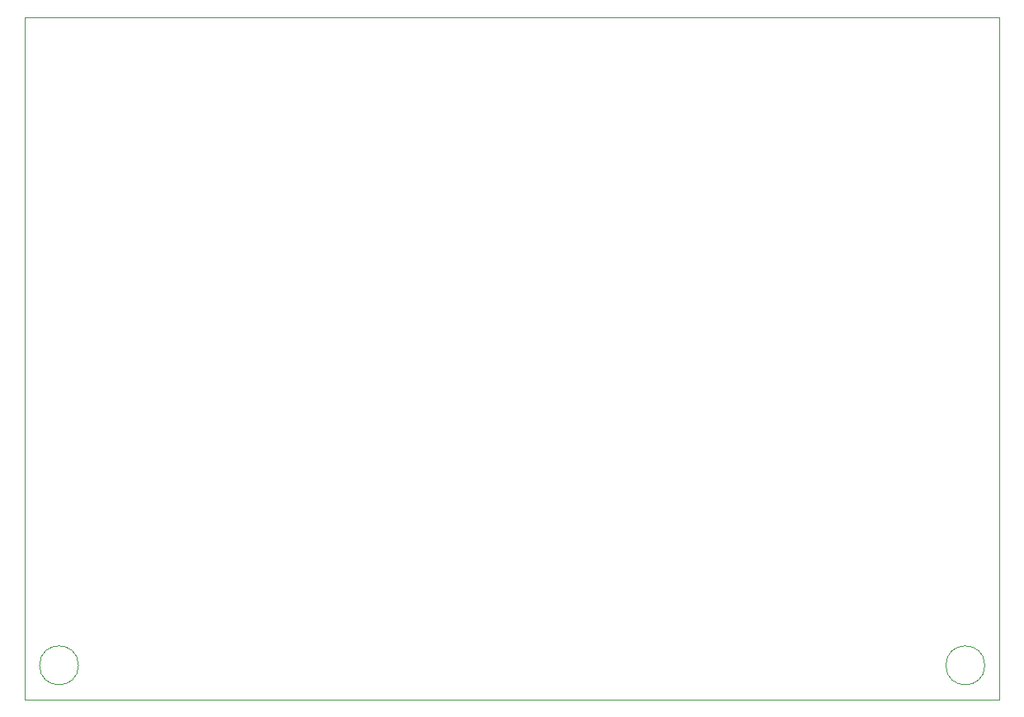
<source format=gm1>
G04 #@! TF.GenerationSoftware,KiCad,Pcbnew,6.0.10-86aedd382b~118~ubuntu20.04.1*
G04 #@! TF.CreationDate,2023-01-17T10:28:52-05:00*
G04 #@! TF.ProjectId,sdt_qse_1496,7364745f-7173-4655-9f31-3439362e6b69,2.0*
G04 #@! TF.SameCoordinates,Original*
G04 #@! TF.FileFunction,Profile,NP*
%FSLAX46Y46*%
G04 Gerber Fmt 4.6, Leading zero omitted, Abs format (unit mm)*
G04 Created by KiCad (PCBNEW 6.0.10-86aedd382b~118~ubuntu20.04.1) date 2023-01-17 10:28:52*
%MOMM*%
%LPD*%
G01*
G04 APERTURE LIST*
G04 #@! TA.AperFunction,Profile*
%ADD10C,0.100000*%
G04 #@! TD*
G04 APERTURE END LIST*
D10*
X95000000Y-140000000D02*
X195000000Y-140000000D01*
X195000000Y-140000000D02*
X195000000Y-70000000D01*
X195000000Y-70000000D02*
X95000000Y-70000000D01*
X95000000Y-70000000D02*
X95000000Y-140000000D01*
X193500000Y-136500000D02*
G75*
G03*
X193500000Y-136500000I-2000000J0D01*
G01*
X100500000Y-136500000D02*
G75*
G03*
X100500000Y-136500000I-2000000J0D01*
G01*
M02*

</source>
